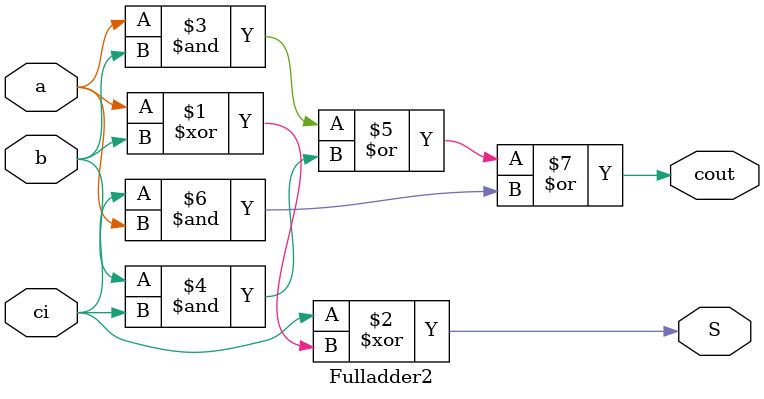
<source format=v>
`timescale 1ns / 1ps
module Fulladder2(
input ci,
input a, b, 
output S,
output cout
    );

assign S = ci ^ ( a ^ b );
assign cout = (a & b) | (b & ci) | (ci & a); 

endmodule

</source>
